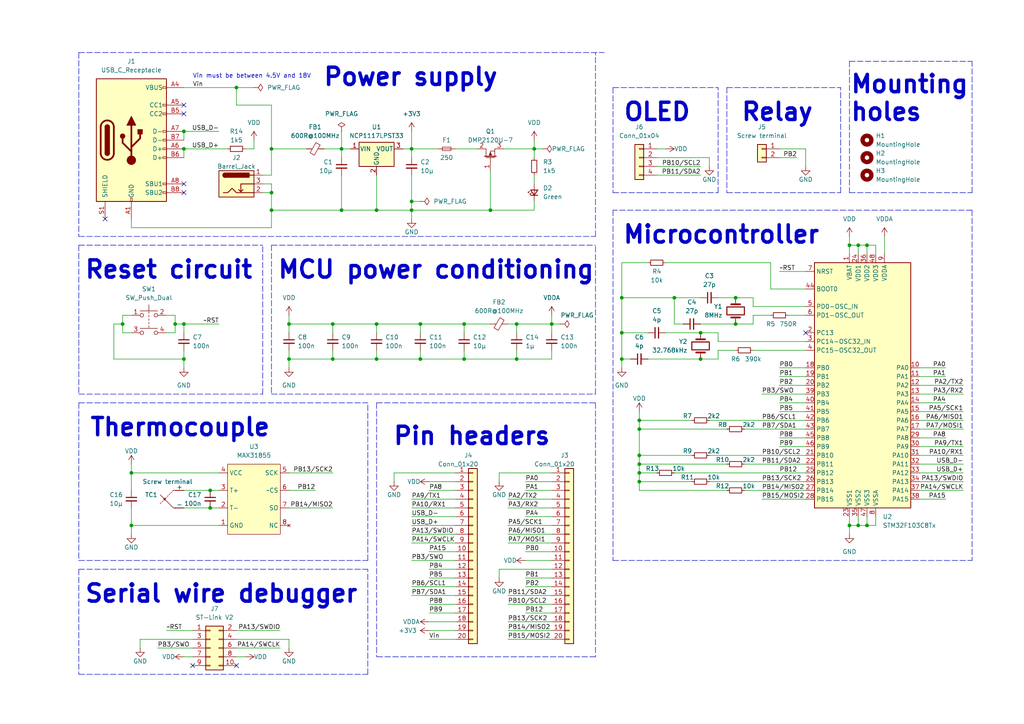
<source format=kicad_sch>
(kicad_sch (version 20211123) (generator eeschema)
  (paper "A4")
  (title_block (title "Hot-Plate Reflow Controller") (date "08/04/2022") (rev "1.0") (company "IL2237 Electronic Systems Design") (comment 1 "Egill Milan Gunnarsson"))
  (junction (at 213.36 86.36))
  (junction (at 154.94 43.18))
  (junction (at 185.42 134.62))
  (junction (at 203.2 96.52))
  (junction (at 99.06 43.18))
  (junction (at 185.42 124.46))
  (junction (at 251.46 71.12))
  (junction (at 203.2 104.14))
  (junction (at 50.8 93.98))
  (junction (at 149.86 93.98))
  (junction (at 78.74 43.18))
  (junction (at 142.24 60.96))
  (junction (at 53.34 38.1))
  (junction (at 99.06 60.96))
  (junction (at 109.22 93.98))
  (junction (at 119.38 58.42))
  (junction (at 251.46 152.4))
  (junction (at 96.52 104.14))
  (junction (at 180.34 96.52))
  (junction (at 180.34 86.36))
  (junction (at 248.92 152.4))
  (junction (at 160.02 93.98))
  (junction (at 246.38 152.4))
  (junction (at 109.22 60.96))
  (junction (at 149.86 104.14))
  (junction (at 53.34 104.14))
  (junction (at 109.22 104.14))
  (junction (at 83.82 93.98))
  (junction (at 195.58 86.36))
  (junction (at 121.92 104.14))
  (junction (at 134.62 104.14))
  (junction (at 78.74 55.88))
  (junction (at 246.38 71.12))
  (junction (at 248.92 71.12))
  (junction (at 119.38 60.96))
  (junction (at 185.42 137.16))
  (junction (at 83.82 104.14))
  (junction (at 119.38 43.18))
  (junction (at 121.92 93.98))
  (junction (at 180.34 104.14))
  (junction (at 60.96 147.32))
  (junction (at 185.42 121.92))
  (junction (at 213.36 93.98))
  (junction (at 38.1 137.16))
  (junction (at 53.34 43.18))
  (junction (at 185.42 132.08))
  (junction (at 78.74 60.96))
  (junction (at 38.1 152.4))
  (junction (at 185.42 139.7))
  (junction (at 35.56 93.98))
  (junction (at 60.96 142.24))
  (junction (at 96.52 93.98))
  (junction (at 68.58 25.4))
  (junction (at 134.62 93.98))
  (junction (at 53.34 93.98))
  (no_connect (at 68.58 193.04))
  (no_connect (at 55.88 193.04))
  (no_connect (at 53.34 53.34))
  (no_connect (at 53.34 55.88))
  (no_connect (at 53.34 30.48))
  (no_connect (at 53.34 33.02))
  (no_connect (at 233.68 96.52))
  (no_connect (at 30.48 63.5))
  (wire (pts (xy 266.7 132.08) (xy 279.4 132.08)))
  (wire (pts (xy 152.4 167.64) (xy 160.02 167.64)))
  (wire (pts (xy 149.86 104.14) (xy 160.02 104.14)))
  (wire (pts (xy 187.96 96.52) (xy 180.34 96.52)))
  (wire (pts (xy 78.74 43.18) (xy 78.74 50.8)))
  (wire (pts (xy 266.7 109.22) (xy 274.32 109.22)))
  (wire (pts (xy 132.08 43.18) (xy 138.43 43.18)))
  (wire (pts (xy 195.58 86.36) (xy 195.58 93.98)))
  (wire (pts (xy 78.74 66.04) (xy 78.74 60.96)))
  (wire (pts (xy 119.38 58.42) (xy 119.38 60.96)))
  (wire (pts (xy 76.2 50.8) (xy 78.74 50.8)))
  (wire (pts (xy 68.58 30.48) (xy 78.74 30.48)))
  (wire (pts (xy 68.58 25.4) (xy 73.66 25.4)))
  (wire (pts (xy 195.58 86.36) (xy 180.34 86.36)))
  (polyline (pts (xy 246.38 17.78) (xy 281.94 17.78)))
  (polyline (pts (xy 76.2 114.3) (xy 76.2 71.12)))
  (wire (pts (xy 83.82 96.52) (xy 83.82 93.98)))
  (polyline (pts (xy 281.94 60.96) (xy 177.8 60.96)))
  (wire (pts (xy 147.32 172.72) (xy 160.02 172.72)))
  (wire (pts (xy 83.82 185.42) (xy 83.82 187.96)))
  (wire (pts (xy 71.12 43.18) (xy 73.66 43.18)))
  (wire (pts (xy 109.22 104.14) (xy 121.92 104.14)))
  (wire (pts (xy 119.38 60.96) (xy 119.38 63.5)))
  (wire (pts (xy 119.38 43.18) (xy 116.84 43.18)))
  (wire (pts (xy 251.46 71.12) (xy 251.46 73.66)))
  (wire (pts (xy 218.44 91.44) (xy 218.44 93.98)))
  (wire (pts (xy 76.2 55.88) (xy 78.74 55.88)))
  (wire (pts (xy 215.9 134.62) (xy 233.68 134.62)))
  (wire (pts (xy 208.28 104.14) (xy 203.2 104.14)))
  (wire (pts (xy 185.42 142.24) (xy 210.82 142.24)))
  (wire (pts (xy 38.1 96.52) (xy 35.56 96.52)))
  (wire (pts (xy 266.7 127) (xy 274.32 127)))
  (polyline (pts (xy 22.86 71.12) (xy 76.2 71.12)))
  (polyline (pts (xy 210.82 55.88) (xy 243.84 55.88)))
  (wire (pts (xy 152.4 170.18) (xy 160.02 170.18)))
  (wire (pts (xy 119.38 60.96) (xy 142.24 60.96)))
  (wire (pts (xy 109.22 50.8) (xy 109.22 60.96)))
  (wire (pts (xy 96.52 93.98) (xy 109.22 93.98)))
  (wire (pts (xy 109.22 93.98) (xy 109.22 96.52)))
  (polyline (pts (xy 177.8 162.56) (xy 281.94 162.56)))
  (wire (pts (xy 233.68 43.18) (xy 233.68 48.26)))
  (wire (pts (xy 134.62 104.14) (xy 134.62 101.6)))
  (wire (pts (xy 160.02 139.7) (xy 152.4 139.7)))
  (polyline (pts (xy 246.38 55.88) (xy 281.94 55.88)))
  (polyline (pts (xy 22.86 195.58) (xy 106.68 195.58)))
  (wire (pts (xy 266.7 144.78) (xy 274.32 144.78)))
  (wire (pts (xy 132.08 142.24) (xy 124.46 142.24)))
  (wire (pts (xy 124.46 177.8) (xy 132.08 177.8)))
  (wire (pts (xy 146.05 43.18) (xy 154.94 43.18)))
  (wire (pts (xy 119.38 170.18) (xy 132.08 170.18)))
  (wire (pts (xy 226.06 119.38) (xy 233.68 119.38)))
  (wire (pts (xy 147.32 182.88) (xy 160.02 182.88)))
  (wire (pts (xy 203.2 96.52) (xy 208.28 96.52)))
  (wire (pts (xy 205.74 132.08) (xy 233.68 132.08)))
  (polyline (pts (xy 177.8 55.88) (xy 208.28 55.88)))
  (wire (pts (xy 121.92 93.98) (xy 134.62 93.98)))
  (wire (pts (xy 48.26 91.44) (xy 50.8 91.44)))
  (wire (pts (xy 160.02 93.98) (xy 162.56 93.98)))
  (wire (pts (xy 248.92 71.12) (xy 251.46 71.12)))
  (wire (pts (xy 266.7 142.24) (xy 279.4 142.24)))
  (wire (pts (xy 147.32 154.94) (xy 160.02 154.94)))
  (wire (pts (xy 35.56 93.98) (xy 33.02 93.98)))
  (polyline (pts (xy 177.8 60.96) (xy 177.8 162.56)))
  (wire (pts (xy 144.78 137.16) (xy 144.78 139.7)))
  (wire (pts (xy 147.32 180.34) (xy 160.02 180.34)))
  (wire (pts (xy 160.02 104.14) (xy 160.02 101.6)))
  (polyline (pts (xy 22.86 71.12) (xy 22.86 114.3)))
  (wire (pts (xy 220.98 114.3) (xy 233.68 114.3)))
  (wire (pts (xy 251.46 152.4) (xy 254 152.4)))
  (wire (pts (xy 180.34 86.36) (xy 180.34 96.52)))
  (polyline (pts (xy 172.72 116.84) (xy 172.72 190.5)))
  (wire (pts (xy 226.06 111.76) (xy 233.68 111.76)))
  (wire (pts (xy 109.22 93.98) (xy 121.92 93.98)))
  (wire (pts (xy 248.92 149.86) (xy 248.92 152.4)))
  (wire (pts (xy 38.1 91.44) (xy 35.56 91.44)))
  (wire (pts (xy 119.38 172.72) (xy 132.08 172.72)))
  (wire (pts (xy 195.58 137.16) (xy 233.68 137.16)))
  (polyline (pts (xy 172.72 114.3) (xy 172.72 71.12)))
  (wire (pts (xy 256.54 68.58) (xy 256.54 73.66)))
  (wire (pts (xy 35.56 91.44) (xy 35.56 93.98)))
  (wire (pts (xy 205.74 121.92) (xy 233.68 121.92)))
  (wire (pts (xy 266.7 114.3) (xy 279.4 114.3)))
  (wire (pts (xy 83.82 93.98) (xy 96.52 93.98)))
  (wire (pts (xy 38.1 66.04) (xy 38.1 63.5)))
  (wire (pts (xy 73.66 40.64) (xy 73.66 43.18)))
  (wire (pts (xy 38.1 152.4) (xy 38.1 154.94)))
  (wire (pts (xy 246.38 68.58) (xy 246.38 71.12)))
  (wire (pts (xy 208.28 99.06) (xy 233.68 99.06)))
  (wire (pts (xy 185.42 137.16) (xy 185.42 134.62)))
  (wire (pts (xy 83.82 91.44) (xy 83.82 93.98)))
  (wire (pts (xy 53.34 25.4) (xy 68.58 25.4)))
  (wire (pts (xy 266.7 139.7) (xy 279.4 139.7)))
  (wire (pts (xy 81.28 182.88) (xy 68.58 182.88)))
  (wire (pts (xy 266.7 119.38) (xy 279.4 119.38)))
  (wire (pts (xy 81.28 187.96) (xy 68.58 187.96)))
  (wire (pts (xy 254 71.12) (xy 254 73.66)))
  (wire (pts (xy 119.38 149.86) (xy 132.08 149.86)))
  (wire (pts (xy 83.82 185.42) (xy 68.58 185.42)))
  (wire (pts (xy 96.52 93.98) (xy 96.52 96.52)))
  (wire (pts (xy 190.5 43.18) (xy 193.04 43.18)))
  (wire (pts (xy 218.44 88.9) (xy 218.44 86.36)))
  (polyline (pts (xy 22.86 162.56) (xy 106.68 162.56)))
  (polyline (pts (xy 22.86 116.84) (xy 106.68 116.84)))
  (wire (pts (xy 266.7 116.84) (xy 274.32 116.84)))
  (wire (pts (xy 226.06 78.74) (xy 233.68 78.74)))
  (wire (pts (xy 185.42 137.16) (xy 190.5 137.16)))
  (wire (pts (xy 119.38 58.42) (xy 121.92 58.42)))
  (wire (pts (xy 152.4 162.56) (xy 160.02 162.56)))
  (wire (pts (xy 40.64 185.42) (xy 40.64 187.96)))
  (polyline (pts (xy 78.74 71.12) (xy 78.74 114.3)))
  (wire (pts (xy 147.32 175.26) (xy 160.02 175.26)))
  (wire (pts (xy 33.02 104.14) (xy 53.34 104.14)))
  (wire (pts (xy 208.28 99.06) (xy 208.28 96.52)))
  (wire (pts (xy 185.42 124.46) (xy 210.82 124.46)))
  (wire (pts (xy 208.28 101.6) (xy 213.36 101.6)))
  (wire (pts (xy 246.38 73.66) (xy 246.38 71.12)))
  (wire (pts (xy 60.96 142.24) (xy 63.5 142.24)))
  (wire (pts (xy 53.34 40.64) (xy 53.34 38.1)))
  (wire (pts (xy 53.34 142.24) (xy 60.96 142.24)))
  (wire (pts (xy 205.74 45.72) (xy 205.74 48.26)))
  (wire (pts (xy 185.42 134.62) (xy 210.82 134.62)))
  (wire (pts (xy 147.32 93.98) (xy 149.86 93.98)))
  (wire (pts (xy 218.44 101.6) (xy 233.68 101.6)))
  (wire (pts (xy 53.34 45.72) (xy 53.34 43.18)))
  (wire (pts (xy 246.38 152.4) (xy 248.92 152.4)))
  (wire (pts (xy 96.52 101.6) (xy 96.52 104.14)))
  (wire (pts (xy 180.34 104.14) (xy 180.34 106.68)))
  (wire (pts (xy 144.78 165.1) (xy 144.78 167.64)))
  (wire (pts (xy 147.32 185.42) (xy 160.02 185.42)))
  (wire (pts (xy 180.34 104.14) (xy 182.88 104.14)))
  (wire (pts (xy 160.02 142.24) (xy 152.4 142.24)))
  (wire (pts (xy 121.92 101.6) (xy 121.92 104.14)))
  (wire (pts (xy 226.06 43.18) (xy 233.68 43.18)))
  (wire (pts (xy 223.52 83.82) (xy 233.68 83.82)))
  (wire (pts (xy 180.34 76.2) (xy 187.96 76.2)))
  (wire (pts (xy 180.34 96.52) (xy 180.34 104.14)))
  (wire (pts (xy 152.4 177.8) (xy 160.02 177.8)))
  (wire (pts (xy 55.88 187.96) (xy 45.72 187.96)))
  (wire (pts (xy 193.04 96.52) (xy 203.2 96.52)))
  (wire (pts (xy 208.28 101.6) (xy 208.28 104.14)))
  (wire (pts (xy 226.06 116.84) (xy 233.68 116.84)))
  (wire (pts (xy 48.26 96.52) (xy 50.8 96.52)))
  (wire (pts (xy 60.96 147.32) (xy 63.5 147.32)))
  (wire (pts (xy 50.8 93.98) (xy 53.34 93.98)))
  (wire (pts (xy 119.38 50.8) (xy 119.38 58.42)))
  (wire (pts (xy 213.36 93.98) (xy 218.44 93.98)))
  (wire (pts (xy 124.46 167.64) (xy 132.08 167.64)))
  (wire (pts (xy 78.74 53.34) (xy 78.74 55.88)))
  (wire (pts (xy 147.32 152.4) (xy 160.02 152.4)))
  (wire (pts (xy 144.78 165.1) (xy 160.02 165.1)))
  (wire (pts (xy 134.62 104.14) (xy 149.86 104.14)))
  (wire (pts (xy 121.92 93.98) (xy 121.92 96.52)))
  (wire (pts (xy 266.7 124.46) (xy 279.4 124.46)))
  (wire (pts (xy 205.74 139.7) (xy 233.68 139.7)))
  (wire (pts (xy 109.22 60.96) (xy 119.38 60.96)))
  (wire (pts (xy 185.42 121.92) (xy 200.66 121.92)))
  (wire (pts (xy 78.74 55.88) (xy 78.74 60.96)))
  (wire (pts (xy 99.06 43.18) (xy 101.6 43.18)))
  (wire (pts (xy 190.5 48.26) (xy 203.2 48.26)))
  (wire (pts (xy 55.88 185.42) (xy 40.64 185.42)))
  (polyline (pts (xy 177.8 25.4) (xy 208.28 25.4)))
  (wire (pts (xy 266.7 106.68) (xy 274.32 106.68)))
  (wire (pts (xy 246.38 71.12) (xy 248.92 71.12)))
  (wire (pts (xy 185.42 139.7) (xy 200.66 139.7)))
  (wire (pts (xy 99.06 60.96) (xy 109.22 60.96)))
  (wire (pts (xy 154.94 43.18) (xy 157.48 43.18)))
  (wire (pts (xy 99.06 50.8) (xy 99.06 60.96)))
  (wire (pts (xy 38.1 137.16) (xy 38.1 134.62)))
  (wire (pts (xy 83.82 101.6) (xy 83.82 104.14)))
  (wire (pts (xy 38.1 66.04) (xy 78.74 66.04)))
  (wire (pts (xy 266.7 129.54) (xy 279.4 129.54)))
  (polyline (pts (xy 208.28 55.88) (xy 208.28 25.4)))
  (wire (pts (xy 53.34 38.1) (xy 63.5 38.1)))
  (wire (pts (xy 226.06 45.72) (xy 231.14 45.72)))
  (polyline (pts (xy 210.82 25.4) (xy 243.84 25.4)))
  (wire (pts (xy 119.38 43.18) (xy 127 43.18)))
  (wire (pts (xy 142.24 49.53) (xy 142.24 60.96)))
  (polyline (pts (xy 172.72 190.5) (xy 109.22 190.5)))
  (wire (pts (xy 119.38 162.56) (xy 132.08 162.56)))
  (polyline (pts (xy 106.68 162.56) (xy 106.68 116.84)))
  (wire (pts (xy 248.92 71.12) (xy 248.92 73.66)))
  (wire (pts (xy 226.06 127) (xy 233.68 127)))
  (wire (pts (xy 223.52 83.82) (xy 223.52 76.2)))
  (wire (pts (xy 228.6 91.44) (xy 233.68 91.44)))
  (wire (pts (xy 218.44 88.9) (xy 233.68 88.9)))
  (polyline (pts (xy 106.68 195.58) (xy 106.68 165.1)))
  (wire (pts (xy 53.34 104.14) (xy 53.34 106.68)))
  (wire (pts (xy 114.3 137.16) (xy 132.08 137.16)))
  (wire (pts (xy 160.02 149.86) (xy 152.4 149.86)))
  (wire (pts (xy 53.34 43.18) (xy 66.04 43.18)))
  (wire (pts (xy 53.34 93.98) (xy 63.5 93.98)))
  (wire (pts (xy 203.2 86.36) (xy 195.58 86.36)))
  (wire (pts (xy 251.46 71.12) (xy 254 71.12)))
  (wire (pts (xy 149.86 101.6) (xy 149.86 104.14)))
  (wire (pts (xy 119.38 38.1) (xy 119.38 43.18)))
  (wire (pts (xy 185.42 142.24) (xy 185.42 139.7)))
  (wire (pts (xy 134.62 93.98) (xy 134.62 96.52)))
  (wire (pts (xy 154.94 43.18) (xy 154.94 45.72)))
  (wire (pts (xy 38.1 147.32) (xy 38.1 152.4)))
  (polyline (pts (xy 22.86 165.1) (xy 22.86 195.58)))
  (wire (pts (xy 185.42 124.46) (xy 185.42 121.92)))
  (wire (pts (xy 266.7 134.62) (xy 279.4 134.62)))
  (wire (pts (xy 226.06 109.22) (xy 233.68 109.22)))
  (wire (pts (xy 149.86 93.98) (xy 149.86 96.52)))
  (polyline (pts (xy 246.38 17.78) (xy 246.38 55.88)))
  (wire (pts (xy 160.02 91.44) (xy 160.02 93.98)))
  (wire (pts (xy 147.32 144.78) (xy 160.02 144.78)))
  (wire (pts (xy 93.98 43.18) (xy 99.06 43.18)))
  (wire (pts (xy 185.42 132.08) (xy 200.66 132.08)))
  (wire (pts (xy 96.52 104.14) (xy 109.22 104.14)))
  (polyline (pts (xy 22.86 68.58) (xy 172.72 68.58)))
  (wire (pts (xy 55.88 190.5) (xy 53.34 190.5)))
  (wire (pts (xy 99.06 38.1) (xy 99.06 43.18)))
  (wire (pts (xy 119.38 144.78) (xy 132.08 144.78)))
  (wire (pts (xy 109.22 101.6) (xy 109.22 104.14)))
  (wire (pts (xy 187.96 104.14) (xy 203.2 104.14)))
  (wire (pts (xy 134.62 93.98) (xy 142.24 93.98)))
  (wire (pts (xy 83.82 104.14) (xy 83.82 106.68)))
  (wire (pts (xy 254 152.4) (xy 254 149.86)))
  (wire (pts (xy 226.06 129.54) (xy 233.68 129.54)))
  (wire (pts (xy 154.94 43.18) (xy 154.94 40.64)))
  (wire (pts (xy 218.44 91.44) (xy 223.52 91.44)))
  (wire (pts (xy 35.56 96.52) (xy 35.56 93.98)))
  (polyline (pts (xy 22.86 165.1) (xy 106.68 165.1)))
  (wire (pts (xy 119.38 154.94) (xy 132.08 154.94)))
  (wire (pts (xy 124.46 182.88) (xy 132.08 182.88)))
  (polyline (pts (xy 210.82 25.4) (xy 210.82 55.88)))
  (wire (pts (xy 50.8 91.44) (xy 50.8 93.98)))
  (wire (pts (xy 190.5 50.8) (xy 203.2 50.8)))
  (polyline (pts (xy 281.94 60.96) (xy 281.94 162.56)))
  (wire (pts (xy 251.46 149.86) (xy 251.46 152.4)))
  (polyline (pts (xy 22.86 116.84) (xy 22.86 162.56)))
  (wire (pts (xy 266.7 121.92) (xy 279.4 121.92)))
  (wire (pts (xy 71.12 190.5) (xy 68.58 190.5)))
  (wire (pts (xy 114.3 137.16) (xy 114.3 139.7)))
  (wire (pts (xy 213.36 86.36) (xy 218.44 86.36)))
  (wire (pts (xy 246.38 149.86) (xy 246.38 152.4)))
  (wire (pts (xy 132.08 160.02) (xy 124.46 160.02)))
  (polyline (pts (xy 78.74 71.12) (xy 172.72 71.12)))
  (wire (pts (xy 124.46 139.7) (xy 132.08 139.7)))
  (wire (pts (xy 246.38 152.4) (xy 246.38 154.94)))
  (wire (pts (xy 266.7 137.16) (xy 279.4 137.16)))
  (wire (pts (xy 83.82 147.32) (xy 96.52 147.32)))
  (wire (pts (xy 144.78 137.16) (xy 160.02 137.16)))
  (wire (pts (xy 154.94 50.8) (xy 154.94 53.34)))
  (wire (pts (xy 266.7 111.76) (xy 279.4 111.76)))
  (wire (pts (xy 78.74 30.48) (xy 78.74 43.18)))
  (polyline (pts (xy 78.74 114.3) (xy 172.72 114.3)))
  (polyline (pts (xy 22.86 15.24) (xy 175.26 15.24)))
  (wire (pts (xy 248.92 152.4) (xy 251.46 152.4)))
  (wire (pts (xy 53.34 147.32) (xy 60.96 147.32)))
  (wire (pts (xy 83.82 137.16) (xy 96.52 137.16)))
  (wire (pts (xy 38.1 137.16) (xy 38.1 142.24)))
  (wire (pts (xy 119.38 43.18) (xy 119.38 45.72)))
  (wire (pts (xy 99.06 43.18) (xy 99.06 45.72)))
  (wire (pts (xy 33.02 93.98) (xy 33.02 104.14)))
  (wire (pts (xy 193.04 76.2) (xy 223.52 76.2)))
  (polyline (pts (xy 22.86 15.24) (xy 22.86 68.58)))
  (polyline (pts (xy 109.22 116.84) (xy 109.22 190.5)))
  (wire (pts (xy 119.38 152.4) (xy 132.08 152.4)))
  (wire (pts (xy 76.2 53.34) (xy 78.74 53.34)))
  (wire (pts (xy 152.4 160.02) (xy 160.02 160.02)))
  (wire (pts (xy 50.8 96.52) (xy 50.8 93.98)))
  (wire (pts (xy 215.9 142.24) (xy 233.68 142.24)))
  (wire (pts (xy 124.46 165.1) (xy 132.08 165.1)))
  (wire (pts (xy 55.88 182.88) (xy 48.26 182.88)))
  (polyline (pts (xy 172.72 68.58) (xy 172.72 15.24)))
  (wire (pts (xy 119.38 147.32) (xy 132.08 147.32)))
  (wire (pts (xy 190.5 45.72) (xy 205.74 45.72)))
  (wire (pts (xy 185.42 139.7) (xy 185.42 137.16)))
  (polyline (pts (xy 22.86 114.3) (xy 76.2 114.3)))
  (wire (pts (xy 195.58 93.98) (xy 198.12 93.98)))
  (wire (pts (xy 124.46 180.34) (xy 132.08 180.34)))
  (wire (pts (xy 185.42 119.38) (xy 185.42 121.92)))
  (polyline (pts (xy 243.84 55.88) (xy 243.84 25.4)))
  (wire (pts (xy 121.92 104.14) (xy 134.62 104.14)))
  (wire (pts (xy 53.34 101.6) (xy 53.34 104.14)))
  (wire (pts (xy 203.2 93.98) (xy 213.36 93.98)))
  (wire (pts (xy 83.82 142.24) (xy 91.44 142.24)))
  (wire (pts (xy 38.1 152.4) (xy 63.5 152.4)))
  (wire (pts (xy 142.24 60.96) (xy 154.94 60.96)))
  (wire (pts (xy 215.9 124.46) (xy 233.68 124.46)))
  (wire (pts (xy 38.1 137.16) (xy 63.5 137.16)))
  (wire (pts (xy 147.32 147.32) (xy 160.02 147.32)))
  (wire (pts (xy 160.02 96.52) (xy 160.02 93.98)))
  (wire (pts (xy 78.74 43.18) (xy 88.9 43.18)))
  (wire (pts (xy 226.06 106.68) (xy 233.68 106.68)))
  (wire (pts (xy 119.38 157.48) (xy 132.08 157.48)))
  (wire (pts (xy 154.94 58.42) (xy 154.94 60.96)))
  (wire (pts (xy 83.82 104.14) (xy 96.52 104.14)))
  (polyline (pts (xy 281.94 55.88) (xy 281.94 17.78)))
  (wire (pts (xy 149.86 93.98) (xy 160.02 93.98)))
  (wire (pts (xy 124.46 185.42) (xy 132.08 185.42)))
  (wire (pts (xy 185.42 132.08) (xy 185.42 124.46)))
  (wire (pts (xy 180.34 76.2) (xy 180.34 86.36)))
  (wire (pts (xy 185.42 134.62) (xy 185.42 132.08)))
  (wire (pts (xy 220.98 144.78) (xy 233.68 144.78)))
  (wire (pts (xy 68.58 25.4) (xy 68.58 30.48)))
  (wire (pts (xy 147.32 157.48) (xy 160.02 157.48)))
  (wire (pts (xy 208.28 86.36) (xy 213.36 86.36)))
  (wire (pts (xy 124.46 175.26) (xy 132.08 175.26)))
  (wire (pts (xy 78.74 60.96) (xy 99.06 60.96)))
  (polyline (pts (xy 109.22 116.84) (xy 172.72 116.84)))
  (polyline (pts (xy 177.8 25.4) (xy 177.8 55.88)))
  (wire (pts (xy 53.34 93.98) (xy 53.34 96.52)))
  (text "Pin headers" (at 160.02 129.54 180) (effects (font (size 5 5) (thickness 1) bold) (justify right bottom)))
  (text "Reset circuit" (at 73.66 81.28 180) (effects (font (size 5 5) (thickness 1) bold) (justify right bottom)))
  (text "MCU power conditioning" (at 172.72 81.28 180) (effects (font (size 5 5) bold) (justify right bottom)))
  (text "Vin must be between 4.5V and 18V" (at 55.88 22.86 0) (effects (font (size 1.27 1.27)) (justify left bottom)))
  (text "OLED" (at 200.66 35.56 180) (effects (font (size 5 5) bold) (justify right bottom)))
  (text "Power supply" (at 144.78 25.4 180) (effects (font (size 5 5) (thickness 1) bold) (justify right bottom)))
  (text "Microcontroller" (at 180.34 71.12 0) (effects (font (size 5 5) bold) (justify left bottom)))
  (text "Relay" (at 236.22 35.56 180) (effects (font (size 5 5) bold) (justify right bottom)))
  (text "Serial wire debugger" (at 104.14 175.26 180) (effects (font (size 5 5) bold) (justify right bottom)))
  (text "Thermocouple" (at 78.74 127 180) (effects (font (size 5 5) bold) (justify right bottom)))
  (text "Mounting\nholes" (at 246.38 35.56 0) (effects (font (size 5 5) bold) (justify left bottom)))
  (label "PB6{slash}SCL1" (at 119.38 170.18 0))
  (label "Vin" (at 55.88 25.4 0))
  (label "PA0" (at 152.4 139.7 0))
  (label "PA1" (at 274.32 109.22 180))
  (label "Vin" (at 124.46 185.42 0))
  (label "PB4" (at 124.46 165.1 0))
  (label "PB9" (at 226.06 129.54 0))
  (label "PA6{slash}MISO1" (at 279.4 121.92 180))
  (label "PA5{slash}SCK1" (at 279.4 119.38 180))
  (label "PB3{slash}SWO" (at 45.72 187.96 0))
  (label "PB3{slash}SWO" (at 220.98 114.3 0))
  (label "PB12" (at 91.44 142.24 180))
  (label "PB11{slash}SDA2" (at 147.32 172.72 0))
  (label "PB13{slash}SCK2" (at 147.32 180.34 0))
  (label "PB9" (at 124.46 177.8 0))
  (label "PA8" (at 274.32 127 180))
  (label "PA9{slash}TX1" (at 119.38 144.78 0))
  (label "PB10{slash}SCL2" (at 220.98 132.08 0))
  (label "PA15" (at 274.32 144.78 180))
  (label "PA13{slash}SWDIO" (at 279.4 139.7 180))
  (label "USB_D+" (at 119.38 152.4 0))
  (label "PA14{slash}SWCLK" (at 119.38 157.48 0))
  (label "USB_D-" (at 279.4 134.62 180))
  (label "PB13{slash}SCK2" (at 96.52 137.16 180))
  (label "PB15{slash}MOSI2" (at 147.32 185.42 0))
  (label "USB_D-" (at 119.38 149.86 0))
  (label "~RST" (at 226.06 78.74 0))
  (label "PB12" (at 226.06 137.16 0))
  (label "PB11{slash}SDA2" (at 220.98 134.62 0))
  (label "PB15{slash}MOSI2" (at 220.98 144.78 0))
  (label "PA13{slash}SWDIO" (at 81.28 182.88 180))
  (label "PB7{slash}SDA1" (at 220.98 124.46 0))
  (label "PB5" (at 226.06 119.38 0))
  (label "PB0" (at 152.4 160.02 0))
  (label "PB11{slash}SDA2" (at 203.2 50.8 180))
  (label "PA10{slash}RX1" (at 119.38 147.32 0))
  (label "PA0" (at 274.32 106.68 180))
  (label "PB14{slash}MISO2" (at 147.32 182.88 0))
  (label "PB1" (at 226.06 109.22 0))
  (label "~RST" (at 48.26 182.88 0))
  (label "PA4" (at 152.4 149.86 0))
  (label "PA2{slash}TX2" (at 147.32 144.78 0))
  (label "PB1" (at 152.4 167.64 0))
  (label "PB8" (at 226.06 127 0))
  (label "PA5{slash}SCK1" (at 147.32 152.4 0))
  (label "PB2" (at 231.14 45.72 180))
  (label "USB_D-" (at 63.5 38.1 180))
  (label "USB_D+" (at 63.5 43.18 180))
  (label "PB6{slash}SCL1" (at 220.98 121.92 0))
  (label "PA13{slash}SWDIO" (at 119.38 154.94 0))
  (label "PA10{slash}RX1" (at 279.4 132.08 180))
  (label "PB3{slash}SWO" (at 119.38 162.56 0))
  (label "PB14{slash}MISO2" (at 96.52 147.32 180))
  (label "PB4" (at 226.06 116.84 0))
  (label "PA8" (at 124.46 142.24 0))
  (label "USB_D+" (at 279.4 137.16 180))
  (label "PA3{slash}RX2" (at 279.4 114.3 180))
  (label "PB12" (at 152.4 177.8 0))
  (label "~RST" (at 63.5 93.98 180))
  (label "PA3{slash}RX2" (at 147.32 147.32 0))
  (label "PA9{slash}TX1" (at 279.4 129.54 180))
  (label "PB14{slash}MISO2" (at 220.98 142.24 0))
  (label "PB10{slash}SCL2" (at 203.2 48.26 180))
  (label "PA14{slash}SWCLK" (at 81.28 187.96 180))
  (label "PA6{slash}MISO1" (at 147.32 154.94 0))
  (label "PB5" (at 124.46 167.64 0))
  (label "PA15" (at 124.46 160.02 0))
  (label "PA2{slash}TX2" (at 279.4 111.76 180))
  (label "PB10{slash}SCL2" (at 147.32 175.26 0))
  (label "PB7{slash}SDA1" (at 119.38 172.72 0))
  (label "PA1" (at 152.4 142.24 0))
  (label "PA14{slash}SWCLK" (at 279.4 142.24 180))
  (label "PB8" (at 124.46 175.26 0))
  (label "PB13{slash}SCK2" (at 220.98 139.7 0))
  (label "PB2" (at 152.4 170.18 0))
  (label "PB2" (at 226.06 111.76 0))
  (label "PA4" (at 274.32 116.84 180))
  (label "PA7{slash}MOSI1" (at 279.4 124.46 180))
  (label "PB0" (at 226.06 106.68 0))
  (label "PA7{slash}MOSI1" (at 147.32 157.48 0))
  (symbol (lib_id "power:VDD") (at 154.94 40.64 0) (unit 1)
    (property "Reference" "#PWR0113" (effects hide))
    (property "Value" "VDD" (at 154.94 35.56 0))
  )
  (symbol (lib_id "Connector_Generic:Conn_02x05_Odd_Even") (at 60.96 187.96 0) (unit 1)
    (property "Reference" "J7" (at 62.23 176.53 0))
    (property "Value" "ST-Link V2" (at 62.23 179.07 0))
    (property "Footprint" "STM32F103_uC:PinSocket_2x05_P2.54mm_Vertical" (effects hide))
  )
  (symbol (lib_id "Mechanical:MountingHole") (at 251.46 45.72 0) (unit 1)
    (property "Reference" "H2" (at 254 44.4499 0) (effects (justify left)))
    (property "Value" "MountingHole" (at 254 46.9899 0) (effects (justify left)))
    (property "Footprint" "MountingHole:MountingHole_3.2mm_M3" (effects hide))
  )
  (symbol (lib_id "power:VDD") (at 83.82 91.44 0) (unit 1)
    (property "Reference" "#PWR0127" (effects hide))
    (property "Value" "VDD" (at 83.82 86.36 0))
  )
  (symbol (lib_id "Device:R_Small") (at 213.36 124.46 90) (mirror x) (unit 1)
    (property "Reference" "R8" (at 209.55 123.19 90))
    (property "Value" "2k2" (at 217.17 123.19 90))
    (property "Footprint" "Resistor_SMD:R_0805_2012Metric_Pad1.20x1.40mm_HandSolder" (effects hide))
  )
  (symbol (lib_id "Connector_Generic:Conn_01x02") (at 220.98 43.18 0) (mirror y) (unit 1)
    (property "Reference" "J5" (at 220.98 36.83 0))
    (property "Value" "Screw terminal" (at 220.98 39.37 0))
    (property "Footprint" "TerminalBlock_Phoenix:TerminalBlock_Phoenix_MPT-0,5-2-2.54_1x02_P2.54mm_Horizontal" (effects hide))
  )
  (symbol (lib_id "Connector_Generic:Conn_01x20") (at 137.16 160.02 0) (unit 1)
    (property "Reference" "J4" (at 134.62 132.08 0) (effects (justify left)))
    (property "Value" "Conn_01x20" (at 127 134.62 0) (effects (justify left)))
    (property "Footprint" "Connector_PinHeader_2.54mm:PinHeader_1x20_P2.54mm_Vertical" (effects hide))
  )
  (symbol (lib_id "Device:R_Small") (at 215.9 101.6 90) (unit 1)
    (property "Reference" "R6" (at 213.36 104.14 90))
    (property "Value" "390k" (at 218.44 104.14 90))
    (property "Footprint" "Resistor_SMD:R_0805_2012Metric_Pad1.20x1.40mm_HandSolder" (effects hide))
  )
  (symbol (lib_id "power:VDD") (at 53.34 190.5 90) (unit 1)
    (property "Reference" "#PWR0104" (effects hide))
    (property "Value" "VDD" (at 46.99 190.5 90) (effects (justify right)))
  )
  (symbol (lib_id "Device:R_Small") (at 190.5 76.2 270) (unit 1)
    (property "Reference" "R4" (at 190.5 78.74 90))
    (property "Value" "10k" (at 190.5 81.28 90))
    (property "Footprint" "Resistor_SMD:R_0805_2012Metric_Pad1.20x1.40mm_HandSolder" (effects hide))
  )
  (symbol (lib_id "Mechanical:MountingHole") (at 251.46 50.8 0) (unit 1)
    (property "Reference" "H3" (at 254 49.5299 0) (effects (justify left)))
    (property "Value" "MountingHole" (at 254 52.0699 0) (effects (justify left)))
    (property "Footprint" "MountingHole:MountingHole_3.2mm_M3" (effects hide))
  )
  (symbol (lib_id "Device:C_Small") (at 109.22 99.06 0) (unit 1)
    (property "Reference" "C10" (at 111.76 97.7962 0) (effects (justify left)))
    (property "Value" "100n" (at 111.76 100.3362 0) (effects (justify left)))
    (property "Footprint" "Capacitor_SMD:C_0805_2012Metric_Pad1.18x1.45mm_HandSolder" (effects hide))
  )
  (symbol (lib_id "power:GND") (at 144.78 139.7 0) (unit 1)
    (property "Reference" "#PWR0119" (effects hide))
    (property "Value" "GND" (at 144.78 143.51 0))
  )
  (symbol (lib_id "power:GND") (at 83.82 106.68 0) (unit 1)
    (property "Reference" "#PWR0126" (effects hide))
    (property "Value" "GND" (at 83.82 111.76 0))
  )
  (symbol (lib_id "power:GND") (at 40.64 187.96 0) (mirror y) (unit 1)
    (property "Reference" "#PWR0105" (effects hide))
    (property "Value" "GND" (at 40.64 191.77 0))
  )
  (symbol (lib_id "Device:R_Small") (at 213.36 142.24 90) (mirror x) (unit 1)
    (property "Reference" "R12" (at 209.55 140.97 90))
    (property "Value" "10k" (at 217.17 140.97 90))
    (property "Footprint" "Resistor_SMD:R_0805_2012Metric_Pad1.20x1.40mm_HandSolder" (effects hide))
  )
  (symbol (lib_id "Device:C_Small") (at 96.52 99.06 0) (unit 1)
    (property "Reference" "C9" (at 99.06 97.7962 0) (effects (justify left)))
    (property "Value" "100n" (at 99.06 100.3362 0) (effects (justify left)))
    (property "Footprint" "Capacitor_SMD:C_0805_2012Metric_Pad1.18x1.45mm_HandSolder" (effects hide))
  )
  (symbol (lib_id "Device:C_Small") (at 200.66 93.98 90) (unit 1)
    (property "Reference" "C4" (at 200.6663 87.63 90))
    (property "Value" "27p" (at 200.6663 90.17 90))
    (property "Footprint" "Capacitor_SMD:C_0805_2012Metric_Pad1.18x1.45mm_HandSolder" (effects hide))
  )
  (symbol (lib_id "Connector:USB_C_Receptacle_USB2.0") (at 38.1 40.64 0) (unit 1)
    (property "Reference" "J1" (at 38.1 17.78 0))
    (property "Value" "USB_C_Receptacle" (at 38.1 20.32 0))
    (property "Footprint" "STM32F103_uC:USB_C_Receptacle_GCT_USB4085" (effects hide))
    (property "Datasheet" "https://www.usb.org/sites/default/files/documents/usb_type-c.zip" (effects hide))
  )
  (symbol (lib_id "Device:C_Small") (at 185.42 104.14 90) (unit 1)
    (property "Reference" "C6" (at 185.4263 97.79 90))
    (property "Value" "4p" (at 185.4263 100.33 90))
    (property "Footprint" "Capacitor_SMD:C_0805_2012Metric_Pad1.18x1.45mm_HandSolder" (effects hide))
  )
  (symbol (lib_id "power:PWR_FLAG") (at 121.92 58.42 270) (unit 1)
    (property "Reference" "#FLG0101" (effects hide))
    (property "Value" "PWR_FLAG" (at 125.73 58.4199 90) (effects (justify left)))
  )
  (symbol (lib_id "power:GND") (at 114.3 139.7 0) (unit 1)
    (property "Reference" "#PWR0120" (effects hide))
    (property "Value" "GND" (at 114.3 143.51 0))
  )
  (symbol (lib_id "Device:R_Small") (at 193.04 137.16 90) (mirror x) (unit 1)
    (property "Reference" "R13" (at 189.23 135.89 90))
    (property "Value" "10k" (at 196.85 135.89 90))
    (property "Footprint" "Resistor_SMD:R_0805_2012Metric_Pad1.20x1.40mm_HandSolder" (effects hide))
  )
  (symbol (lib_id "Device:C_Small") (at 121.92 99.06 0) (unit 1)
    (property "Reference" "C11" (at 124.46 97.7962 0) (effects (justify left)))
    (property "Value" "100n" (at 124.46 100.3362 0) (effects (justify left)))
    (property "Footprint" "Capacitor_SMD:C_0805_2012Metric_Pad1.18x1.45mm_HandSolder" (effects hide))
  )
  (symbol (lib_id "power:GND") (at 180.34 106.68 0) (unit 1)
    (property "Reference" "#PWR0109" (effects hide))
    (property "Value" "GND" (at 180.34 111.76 0))
  )
  (symbol (lib_id "Connector_Generic:Conn_01x04") (at 185.42 45.72 0) (mirror y) (unit 1)
    (property "Reference" "J6" (at 185.42 36.83 0))
    (property "Value" "Conn_01x04" (at 185.42 39.37 0))
    (property "Footprint" "STM32F103_uC:1.3_inch_OLED_IIC" (effects hide))
  )
  (symbol (lib_id "Connector_Generic:Conn_01x20") (at 165.1 160.02 0) (unit 1)
    (property "Reference" "J3" (at 162.56 132.08 0) (effects (justify left)))
    (property "Value" "Conn_01x20" (at 154.94 134.62 0) (effects (justify left)))
    (property "Footprint" "Connector_PinHeader_2.54mm:PinHeader_1x20_P2.54mm_Vertical" (effects hide))
  )
  (symbol (lib_id "power:VDDA") (at 124.46 180.34 90) (unit 1)
    (property "Reference" "#PWR0122" (effects hide))
    (property "Value" "VDDA" (at 116.84 180.34 90) (effects (justify right)))
  )
  (symbol (lib_id "power:GND") (at 144.78 167.64 0) (unit 1)
    (property "Reference" "#PWR0115" (effects hide))
    (property "Value" "GND" (at 144.78 171.45 0))
  )
  (symbol (lib_id "Device:R_Small") (at 226.06 91.44 90) (unit 1)
    (property "Reference" "R5" (at 223.52 93.98 90))
    (property "Value" "750R" (at 228.6 93.98 90))
    (property "Footprint" "Resistor_SMD:R_0805_2012Metric_Pad1.20x1.40mm_HandSolder" (effects hide))
  )
  (symbol (lib_id "Device:C_Small") (at 53.34 99.06 0) (unit 1)
    (property "Reference" "C7" (at 55.88 97.7962 0) (effects (justify left)))
    (property "Value" "100n" (at 55.88 100.3362 0) (effects (justify left)))
    (property "Footprint" "Capacitor_SMD:C_0805_2012Metric_Pad1.18x1.45mm_HandSolder" (effects hide))
  )
  (symbol (lib_id "Device:C_Small") (at 38.1 144.78 0) (mirror y) (unit 1)
    (property "Reference" "C16" (at 31.75 143.51 0) (effects (justify right)))
    (property "Value" "10µ" (at 31.75 146.05 0) (effects (justify right)))
    (property "Footprint" "Capacitor_SMD:C_0805_2012Metric_Pad1.18x1.45mm_HandSolder" (effects hide))
  )
  (symbol (lib_id "power:PWR_FLAG") (at 157.48 43.18 270) (unit 1)
    (property "Reference" "#FLG0103" (effects hide))
    (property "Value" "PWR_FLAG" (at 160.02 43.18 90) (effects (justify left)))
  )
  (symbol (lib_id "Switch:SW_Push_Dual") (at 43.18 91.44 0) (unit 1)
    (property "Reference" "SW1" (at 43.18 83.82 0))
    (property "Value" "SW_Push_Dual" (at 43.18 86.36 0))
    (property "Footprint" "STM32F103_uC:SW_Push_1P1T_NO_CK_KSC6xxJ" (effects hide))
  )
  (symbol (lib_id "Device:Crystal") (at 203.2 100.33 90) (unit 1)
    (property "Reference" "Y2" (at 199.39 99.0599 90) (effects (justify left)))
    (property "Value" "32.768kHz" (at 199.39 101.5999 90) (effects (justify left)))
    (property "Footprint" "STM32F103_uC:Crystal_SMD_MicroCrystal_CC7V-T1A-2Pin_3.2x1.5mm_HandSoldering" (effects hide))
    (property "Datasheet" "https://abracon.com/Resonators/ABS07.pdf" (effects hide))
  )
  (symbol (lib_id "Connector:Barrel_Jack_Switch") (at 68.58 53.34 0) (unit 1)
    (property "Reference" "J2" (at 68.58 45.72 0))
    (property "Value" "Barrel_Jack" (at 68.58 48.26 0))
    (property "Footprint" "STM32F103_uC:BarrelJack_Horizontal" (effects hide))
  )
  (symbol (lib_id "Device:Thermocouple") (at 50.8 144.78 0) (unit 1)
    (property "Reference" "TC1" (at 45.72 143.51 0) (effects (justify right)))
    (property "Value" "Screw terminal" (at 55.88 139.7 0) (effects (justify right)))
    (property "Footprint" "TerminalBlock_Phoenix:TerminalBlock_Phoenix_MPT-0,5-2-2.54_1x02_P2.54mm_Horizontal" (effects hide))
  )
  (symbol (lib_id "power:PWR_FLAG") (at 99.06 38.1 0) (unit 1)
    (property "Reference" "#FLG01" (effects hide))
    (property "Value" "PWR_FLAG" (at 99.06 33.02 0))
  )
  (symbol (lib_id "power:+3.3V") (at 119.38 38.1 0) (unit 1)
    (property "Reference" "#PWR0123" (effects hide))
    (property "Value" "+3.3V" (at 119.38 33.02 0))
  )
  (symbol (lib_id "STM32F103_uC:STM32F103C8Tx") (at 251.46 111.76 0) (unit 1)
    (property "Reference" "U2" (at 256.0194 149.86 0) (effects (justify left)))
    (property "Value" "STM32F103C8Tx" (at 256.0194 152.4 0) (effects (justify left)))
    (property "Footprint" "Package_QFP:LQFP-48_7x7mm_P0.5mm" (effects hide))
    (property "Datasheet" "http://www.st.com/st-web-ui/static/active/en/resource/technical/document/datasheet/CD00161566.pdf" (effects hide))
  )
  (symbol (lib_id "power:GND") (at 246.38 154.94 0) (unit 1)
    (property "Reference" "#PWR0112" (effects hide))
    (property "Value" "GND" (at 246.38 160.02 0))
  )
  (symbol (lib_id "power:VDD") (at 152.4 162.56 90) (unit 1)
    (property "Reference" "#PWR0121" (effects hide))
    (property "Value" "VDD" (at 146.05 162.56 90) (effects (justify right)))
  )
  (symbol (lib_id "Device:C_Small") (at 160.02 99.06 0) (unit 1)
    (property "Reference" "C13" (at 162.56 97.7962 0) (effects (justify left)))
    (property "Value" "100n" (at 162.56 100.3362 0) (effects (justify left)))
    (property "Footprint" "Capacitor_SMD:C_0805_2012Metric_Pad1.18x1.45mm_HandSolder" (effects hide))
  )
  (symbol (lib_id "Device:R_Small") (at 154.94 48.26 0) (unit 1)
    (property "Reference" "R3" (at 157.48 46.9899 0) (effects (justify left)))
    (property "Value" "1k5" (at 157.48 49.5299 0) (effects (justify left)))
    (property "Footprint" "Resistor_SMD:R_0805_2012Metric_Pad1.20x1.40mm_HandSolder" (effects hide))
  )
  (symbol (lib_id "power:GND") (at 119.38 63.5 0) (unit 1)
    (property "Reference" "#PWR0103" (effects hide))
    (property "Value" "GND" (at 119.38 67.31 0))
  )
  (symbol (lib_id "Device:C_Small") (at 83.82 99.06 0) (unit 1)
    (property "Reference" "C8" (at 86.36 97.7962 0) (effects (justify left)))
    (property "Value" "100n" (at 86.36 100.3362 0) (effects (justify left)))
    (property "Footprint" "Capacitor_SMD:C_0805_2012Metric_Pad1.18x1.45mm_HandSolder" (effects hide))
  )
  (symbol (lib_id "Device:FerriteBead_Small") (at 144.78 93.98 90) (unit 1)
    (property "Reference" "FB2" (at 144.7419 87.63 90))
    (property "Value" "600R@100MHz" (at 144.7419 90.17 90))
    (property "Footprint" "Inductor_SMD:L_0805_2012Metric_Pad1.15x1.40mm_HandSolder" (effects hide))
    (property "Datasheet" "https://www.vishay.com/docs/34025/ilbb0805.pdf" (effects hide))
  )
  (symbol (lib_id "power:GND") (at 83.82 187.96 0) (unit 1)
    (property "Reference" "#PWR0107" (effects hide))
    (property "Value" "GND" (at 83.82 191.77 0))
  )
  (symbol (lib_id "Device:C_Small") (at 119.38 48.26 0) (unit 1)
    (property "Reference" "C2" (at 121.92 46.9962 0) (effects (justify left)))
    (property "Value" "10µ" (at 121.92 49.5362 0) (effects (justify left)))
    (property "Footprint" "Capacitor_SMD:C_0805_2012Metric_Pad1.18x1.45mm_HandSolder" (effects hide))
  )
  (symbol (lib_id "Device:LED_Small") (at 154.94 55.88 90) (unit 1)
    (property "Reference" "D2" (at 157.48 54.5464 90) (effects (justify right)))
    (property "Value" "Green" (at 157.48 57.0864 90) (effects (justify right)))
    (property "Footprint" "LED_SMD:LED_1206_3216Metric_Pad1.42x1.75mm_HandSolder" (effects hide))
  )
  (symbol (lib_id "power:+3.3V") (at 124.46 182.88 90) (unit 1)
    (property "Reference" "#PWR0111" (effects hide))
    (property "Value" "+3.3V" (at 115.57 182.88 90) (effects (justify right)))
  )
  (symbol (lib_id "STM32F103_uC:Q_PMOS_GDS_small") (at 142.24 45.72 90) (unit 1)
    (property "Reference" "Q1" (at 142.24 38.1 90))
    (property "Value" "DMP2120U-7" (at 142.24 40.64 90))
    (property "Footprint" "Package_TO_SOT_SMD:SC-59_Handsoldering" (effects hide))
    (property "Datasheet" "https://www.diodes.com/assets/Datasheets/DMP2120U.pdf" (effects hide))
  )
  (symbol (lib_id "power:VDD") (at 193.04 43.18 270) (mirror x) (unit 1)
    (property "Reference" "#PWR0117" (effects hide))
    (property "Value" "VDD" (at 199.39 43.18 90) (effects (justify right)))
  )
  (symbol (lib_id "Device:C_Small") (at 149.86 99.06 0) (unit 1)
    (property "Reference" "C14" (at 152.4 97.7962 0) (effects (justify left)))
    (property "Value" "1µ" (at 152.4 100.3362 0) (effects (justify left)))
    (property "Footprint" "Capacitor_SMD:C_0805_2012Metric_Pad1.18x1.45mm_HandSolder" (effects hide))
  )
  (symbol (lib_id "power:GND") (at 38.1 154.94 0) (unit 1)
    (property "Reference" "#PWR0102" (effects hide))
    (property "Value" "GND" (at 38.1 158.75 0))
  )
  (symbol (lib_id "power:VDD") (at 246.38 68.58 0) (unit 1)
    (property "Reference" "#PWR0108" (effects hide))
    (property "Value" "VDD" (at 246.38 63.5 0))
  )
  (symbol (lib_id "STM32F103_uC:AP2114HA-3.3TRG1") (at 109.22 43.18 0) (unit 1)
    (property "Reference" "U1" (at 109.22 36.83 0))
    (property "Value" "NCP1117LPST33" (at 109.22 39.37 0))
    (property "Footprint" "Package_TO_SOT_SMD:SOT-223-3_TabPin2" (effects hide))
    (property "Datasheet" "https://www.onsemi.com/pdf/datasheet/ncp1117lp-d.pdf" (effects hide))
  )
  (symbol (lib_id "Device:C_Small") (at 99.06 48.26 0) (mirror y) (unit 1)
    (property "Reference" "C1" (at 96.52 46.9962 0) (effects (justify left)))
    (property "Value" "10µ" (at 96.52 49.5362 0) (effects (justify left)))
    (property "Footprint" "Capacitor_SMD:C_0805_2012Metric_Pad1.18x1.45mm_HandSolder" (effects hide))
  )
  (symbol (lib_id "Device:R_Small") (at 203.2 121.92 90) (mirror x) (unit 1)
    (property "Reference" "R7" (at 199.39 120.65 90))
    (property "Value" "2k2" (at 207.01 120.65 90))
    (property "Footprint" "Resistor_SMD:R_0805_2012Metric_Pad1.20x1.40mm_HandSolder" (effects hide))
  )
  (symbol (lib_id "power:VDD") (at 185.42 119.38 0) (mirror y) (unit 1)
    (property "Reference" "#PWR0110" (effects hide))
    (property "Value" "VDD" (at 185.42 115.57 0))
  )
  (symbol (lib_id "Device:R_Small") (at 203.2 139.7 90) (mirror x) (unit 1)
    (property "Reference" "R11" (at 199.39 138.43 90))
    (property "Value" "10k" (at 207.01 138.43 90))
    (property "Footprint" "Resistor_SMD:R_0805_2012Metric_Pad1.20x1.40mm_HandSolder" (effects hide))
  )
  (symbol (lib_id "power:VDD") (at 124.46 139.7 90) (unit 1)
    (property "Reference" "#PWR0118" (effects hide))
    (property "Value" "VDD" (at 118.11 139.7 90) (effects (justify right)))
  )
  (symbol (lib_id "Device:C_Small") (at 205.74 86.36 90) (unit 1)
    (property "Reference" "C3" (at 205.7463 80.01 90))
    (property "Value" "27p" (at 205.7463 82.55 90))
    (property "Footprint" "Capacitor_SMD:C_0805_2012Metric_Pad1.18x1.45mm_HandSolder" (effects hide))
  )
  (symbol (lib_id "Device:R_Small") (at 213.36 134.62 90) (mirror x) (unit 1)
    (property "Reference" "R10" (at 209.55 133.35 90))
    (property "Value" "2k2" (at 217.17 133.35 90))
    (property "Footprint" "Resistor_SMD:R_0805_2012Metric_Pad1.20x1.40mm_HandSolder" (effects hide))
  )
  (symbol (lib_id "power:GND") (at 53.34 106.68 0) (unit 1)
    (property "Reference" "#PWR0114" (effects hide))
    (property "Value" "GND" (at 53.34 111.76 0))
  )
  (symbol (lib_id "Device:FerriteBead_Small") (at 91.44 43.18 90) (unit 1)
    (property "Reference" "FB1" (at 91.4019 36.83 90))
    (property "Value" "600R@100MHz" (at 91.4019 39.37 90))
    (property "Footprint" "Inductor_SMD:L_0805_2012Metric_Pad1.15x1.40mm_HandSolder" (effects hide))
    (property "Datasheet" "https://www.vishay.com/docs/34025/ilbb0805.pdf" (effects hide))
  )
  (symbol (lib_id "power:VDD") (at 73.66 40.64 0) (unit 1)
    (property "Reference" "#PWR02" (effects hide))
    (property "Value" "VDD" (at 73.66 35.56 0))
  )
  (symbol (lib_id "power:PWR_FLAG") (at 162.56 93.98 270) (unit 1)
    (property "Reference" "#FLG0102" (effects hide))
    (property "Value" "PWR_FLAG" (at 162.56 91.44 90) (effects (justify left)))
  )
  (symbol (lib_id "power:VDDA") (at 160.02 91.44 0) (unit 1)
    (property "Reference" "#PWR0125" (effects hide))
    (property "Value" "VDDA" (at 160.02 86.36 0))
  )
  (symbol (lib_id "Device:C_Small") (at 190.5 96.52 90) (unit 1)
    (property "Reference" "C5" (at 190.5063 90.17 90))
    (property "Value" "4p" (at 190.5063 92.71 90))
    (property "Footprint" "Capacitor_SMD:C_0805_2012Metric_Pad1.18x1.45mm_HandSolder" (effects hide))
  )
  (symbol (lib_id "STM32F103_uC:MAX31855") (at 73.66 144.78 0) (mirror x) (unit 1)
    (property "Reference" "U3" (at 73.66 129.54 0))
    (property "Value" "MAX31855" (at 73.66 132.08 0))
    (property "Footprint" "Package_SO:SOIC-8_3.9x4.9mm_P1.27mm" (effects hide))
  )
  (symbol (lib_id "power:VDDA") (at 256.54 68.58 0) (unit 1)
    (property "Reference" "#PWR0124" (effects hide))
    (property "Value" "VDDA" (at 256.54 63.5 0))
  )
  (symbol (lib_id "power:VDD") (at 38.1 134.62 0) (unit 1)
    (property "Reference" "#PWR0101" (effects hide))
    (property "Value" "VDD" (at 38.1 130.81 0))
  )
  (symbol (lib_id "Device:R_Small") (at 68.58 43.18 90) (mirror x) (unit 1)
    (property "Reference" "R14" (at 68.58 38.1 90))
    (property "Value" "1k5" (at 68.58 40.64 90))
    (property "Footprint" "Resistor_SMD:R_0805_2012Metric_Pad1.20x1.40mm_HandSolder" (effects hide))
  )
  (symbol (lib_id "Device:C_Small") (at 134.62 99.06 0) (unit 1)
    (property "Reference" "C12" (at 137.16 97.7962 0) (effects (justify left)))
    (property "Value" "10µ" (at 137.16 100.3362 0) (effects (justify left)))
    (property "Footprint" "Capacitor_SMD:C_0805_2012Metric_Pad1.18x1.45mm_HandSolder" (effects hide))
  )
  (symbol (lib_id "Device:Crystal") (at 213.36 90.17 270) (mirror x) (unit 1)
    (property "Reference" "Y1" (at 209.55 88.8999 90) (effects (justify right)))
    (property "Value" "8MHz" (at 209.55 91.4399 90) (effects (justify right)))
    (property "Footprint" "STM32F103_uC:Crystal_SMD_Abracon_ABM3-2Pin_5.0x3.2mm_HandSoldering" (effects hide))
    (property "Datasheet" "https://abracon.com/Resonators/abm3.pdf" (effects hide))
  )
  (symbol (lib_id "power:GND") (at 233.68 48.26 0) (unit 1)
    (property "Reference" "#PWR01" (effects hide))
    (property "Value" "GND" (at 233.68 52.07 0))
  )
  (symbol (lib_id "power:VDD") (at 71.12 190.5 270) (mirror x) (unit 1)
    (property "Reference" "#PWR0106" (effects hide))
    (property "Value" "VDD" (at 77.47 190.5 90) (effects (justify right)))
  )
  (symbol (lib_id "Device:R_Small") (at 203.2 132.08 90) (mirror x) (unit 1)
    (property "Reference" "R9" (at 199.39 130.81 90))
    (property "Value" "2k2" (at 207.01 130.81 90))
    (property "Footprint" "Resistor_SMD:R_0805_2012Metric_Pad1.20x1.40mm_HandSolder" (effects hide))
  )
  (symbol (lib_id "power:PWR_FLAG") (at 73.66 25.4 270) (unit 1)
    (property "Reference" "#FLG0104" (effects hide))
    (property "Value" "PWR_FLAG" (at 77.47 25.3999 90) (effects (justify left)))
  )
  (symbol (lib_id "Device:C_Small") (at 60.96 144.78 0) (mirror y) (unit 1)
    (property "Reference" "C17" (at 58.42 143.5162 0) (effects (justify left)))
    (property "Value" "100n" (at 58.42 146.05 0) (effects (justify left)))
    (property "Footprint" "Capacitor_SMD:C_0805_2012Metric_Pad1.18x1.45mm_HandSolder" (effects hide))
  )
  (symbol (lib_id "power:GND") (at 205.74 48.26 0) (unit 1)
    (property "Reference" "#PWR0116" (effects hide))
    (property "Value" "GND" (at 205.74 52.07 0))
  )
  (symbol (lib_id "Device:Fuse_Small") (at 129.54 43.18 0) (unit 1)
    (property "Reference" "F1" (at 129.54 40.64 0))
    (property "Value" "250" (at 129.54 45.72 0))
    (property "Footprint" "Fuse:Fuse_1206_3216Metric_Pad1.42x1.75mm_HandSolder" (effects hide))
    (property "Datasheet" "https://www.vishay.com/docs/28747/mfuserie.pdf" (effects hide))
  )
  (symbol (lib_id "Mechanical:MountingHole") (at 251.46 40.64 0) (unit 1)
    (property "Reference" "H1" (at 254 39.3699 0) (effects (justify left)))
    (property "Value" "MountingHole" (at 254 41.9099 0) (effects (justify left)))
    (property "Footprint" "MountingHole:MountingHole_3.2mm_M3" (effects hide))
  )
)
</source>
